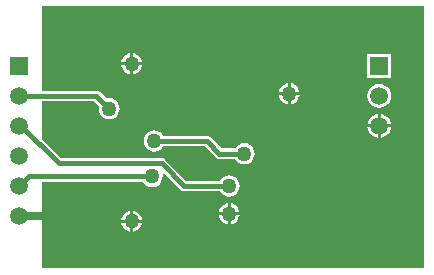
<source format=gbl>
G04*
G04 #@! TF.GenerationSoftware,Altium Limited,Altium Designer,20.2.6 (244)*
G04*
G04 Layer_Physical_Order=2*
G04 Layer_Color=16711680*
%FSLAX25Y25*%
%MOIN*%
G70*
G04*
G04 #@! TF.SameCoordinates,218AD5E3-DD01-4129-9E62-BF2858C15206*
G04*
G04*
G04 #@! TF.FilePolarity,Positive*
G04*
G01*
G75*
%ADD23C,0.01500*%
%ADD24C,0.02500*%
%ADD25R,0.05906X0.05906*%
%ADD26C,0.05906*%
%ADD27C,0.05000*%
G36*
X365000Y272500D02*
X237500D01*
Y301464D01*
X271257D01*
X271288Y301389D01*
X271849Y300658D01*
X272580Y300097D01*
X273432Y299745D01*
X274345Y299624D01*
X275259Y299745D01*
X276111Y300097D01*
X276842Y300658D01*
X277403Y301389D01*
X277755Y302241D01*
X277876Y303154D01*
X277764Y304006D01*
X277885Y304122D01*
X278217Y304259D01*
X283738Y298738D01*
X284317Y298352D01*
X285000Y298216D01*
X296957D01*
X297504Y297504D01*
X298235Y296943D01*
X299086Y296590D01*
X300000Y296470D01*
X300914Y296590D01*
X301765Y296943D01*
X302496Y297504D01*
X303057Y298235D01*
X303410Y299086D01*
X303530Y300000D01*
X303410Y300914D01*
X303057Y301765D01*
X302496Y302496D01*
X301765Y303057D01*
X300914Y303410D01*
X300000Y303530D01*
X299086Y303410D01*
X298235Y303057D01*
X297504Y302496D01*
X296957Y301784D01*
X285739D01*
X278762Y308762D01*
X278183Y309149D01*
X277500Y309284D01*
X243987D01*
X237500Y315771D01*
Y328216D01*
X255009D01*
X256587Y326638D01*
X256470Y325748D01*
X256590Y324834D01*
X256943Y323983D01*
X257504Y323252D01*
X258235Y322691D01*
X259086Y322338D01*
X260000Y322218D01*
X260914Y322338D01*
X261765Y322691D01*
X262496Y323252D01*
X263057Y323983D01*
X263410Y324834D01*
X263530Y325748D01*
X263410Y326662D01*
X263057Y327513D01*
X262496Y328244D01*
X261765Y328805D01*
X260914Y329158D01*
X260000Y329278D01*
X259110Y329161D01*
X257010Y331262D01*
X256431Y331648D01*
X255748Y331784D01*
X237500D01*
Y360000D01*
X365000D01*
Y272500D01*
D02*
G37*
%LPC*%
G36*
X268000Y344212D02*
Y341248D01*
X270964D01*
X270910Y341662D01*
X270557Y342513D01*
X269996Y343244D01*
X269265Y343805D01*
X268414Y344158D01*
X268000Y344212D01*
D02*
G37*
G36*
X267000D02*
X266586Y344158D01*
X265735Y343805D01*
X265004Y343244D01*
X264443Y342513D01*
X264090Y341662D01*
X264036Y341248D01*
X267000D01*
Y344212D01*
D02*
G37*
G36*
X270964Y340248D02*
X268000D01*
Y337284D01*
X268414Y337338D01*
X269265Y337691D01*
X269996Y338252D01*
X270557Y338983D01*
X270910Y339834D01*
X270964Y340248D01*
D02*
G37*
G36*
X267000D02*
X264036D01*
X264090Y339834D01*
X264443Y338983D01*
X265004Y338252D01*
X265735Y337691D01*
X266586Y337338D01*
X267000Y337284D01*
Y340248D01*
D02*
G37*
G36*
X353953Y343953D02*
X346047D01*
Y336047D01*
X353953D01*
Y343953D01*
D02*
G37*
G36*
X320500Y334212D02*
Y331248D01*
X323464D01*
X323410Y331662D01*
X323057Y332513D01*
X322496Y333244D01*
X321765Y333805D01*
X320914Y334158D01*
X320500Y334212D01*
D02*
G37*
G36*
X319500D02*
X319086Y334158D01*
X318235Y333805D01*
X317504Y333244D01*
X316943Y332513D01*
X316590Y331662D01*
X316536Y331248D01*
X319500D01*
Y334212D01*
D02*
G37*
G36*
X323464Y330248D02*
X320500D01*
Y327284D01*
X320914Y327338D01*
X321765Y327691D01*
X322496Y328252D01*
X323057Y328983D01*
X323410Y329834D01*
X323464Y330248D01*
D02*
G37*
G36*
X319500D02*
X316536D01*
X316590Y329834D01*
X316943Y328983D01*
X317504Y328252D01*
X318235Y327691D01*
X319086Y327338D01*
X319500Y327284D01*
Y330248D01*
D02*
G37*
G36*
X350000Y333987D02*
X348968Y333851D01*
X348007Y333453D01*
X347181Y332819D01*
X346547Y331993D01*
X346149Y331032D01*
X346013Y330000D01*
X346149Y328968D01*
X346547Y328007D01*
X347181Y327181D01*
X348007Y326547D01*
X348968Y326149D01*
X350000Y326013D01*
X351032Y326149D01*
X351993Y326547D01*
X352819Y327181D01*
X353453Y328007D01*
X353851Y328968D01*
X353987Y330000D01*
X353851Y331032D01*
X353453Y331993D01*
X352819Y332819D01*
X351993Y333453D01*
X351032Y333851D01*
X350000Y333987D01*
D02*
G37*
G36*
X350500Y323921D02*
Y320500D01*
X353921D01*
X353851Y321032D01*
X353453Y321993D01*
X352819Y322819D01*
X351993Y323453D01*
X351032Y323851D01*
X350500Y323921D01*
D02*
G37*
G36*
X349500D02*
X348968Y323851D01*
X348007Y323453D01*
X347181Y322819D01*
X346547Y321993D01*
X346149Y321032D01*
X346079Y320500D01*
X349500D01*
Y323921D01*
D02*
G37*
G36*
X353921Y319500D02*
X350500D01*
Y316079D01*
X351032Y316149D01*
X351993Y316547D01*
X352819Y317181D01*
X353453Y318007D01*
X353851Y318968D01*
X353921Y319500D01*
D02*
G37*
G36*
X349500D02*
X346079D01*
X346149Y318968D01*
X346547Y318007D01*
X347181Y317181D01*
X348007Y316547D01*
X348968Y316149D01*
X349500Y316079D01*
Y319500D01*
D02*
G37*
G36*
X275000Y318530D02*
X274086Y318410D01*
X273235Y318057D01*
X272504Y317496D01*
X271943Y316765D01*
X271590Y315914D01*
X271470Y315000D01*
X271590Y314086D01*
X271943Y313235D01*
X272504Y312504D01*
X273235Y311943D01*
X274086Y311590D01*
X275000Y311470D01*
X275914Y311590D01*
X276765Y311943D01*
X277496Y312504D01*
X278043Y313216D01*
X291761D01*
X295490Y309486D01*
X295490Y309486D01*
X296069Y309100D01*
X296752Y308964D01*
X301958D01*
X302504Y308252D01*
X303235Y307691D01*
X304086Y307338D01*
X305000Y307218D01*
X305914Y307338D01*
X306765Y307691D01*
X307496Y308252D01*
X308057Y308983D01*
X308410Y309834D01*
X308530Y310748D01*
X308410Y311662D01*
X308057Y312513D01*
X307496Y313244D01*
X306765Y313805D01*
X305914Y314158D01*
X305000Y314278D01*
X304086Y314158D01*
X303235Y313805D01*
X302504Y313244D01*
X301958Y312532D01*
X297491D01*
X293762Y316262D01*
X293183Y316649D01*
X292500Y316784D01*
X278043D01*
X277496Y317496D01*
X276765Y318057D01*
X275914Y318410D01*
X275000Y318530D01*
D02*
G37*
G36*
X300500Y294212D02*
Y291248D01*
X303464D01*
X303410Y291662D01*
X303057Y292513D01*
X302496Y293244D01*
X301765Y293805D01*
X300914Y294158D01*
X300500Y294212D01*
D02*
G37*
G36*
X299500D02*
X299086Y294158D01*
X298235Y293805D01*
X297504Y293244D01*
X296943Y292513D01*
X296590Y291662D01*
X296536Y291248D01*
X299500D01*
Y294212D01*
D02*
G37*
G36*
X268000Y291712D02*
Y288748D01*
X270964D01*
X270910Y289162D01*
X270557Y290013D01*
X269996Y290744D01*
X269265Y291305D01*
X268414Y291658D01*
X268000Y291712D01*
D02*
G37*
G36*
X267000D02*
X266586Y291658D01*
X265735Y291305D01*
X265004Y290744D01*
X264443Y290013D01*
X264090Y289162D01*
X264036Y288748D01*
X267000D01*
Y291712D01*
D02*
G37*
G36*
X303464Y290248D02*
X300500D01*
Y287284D01*
X300914Y287338D01*
X301765Y287691D01*
X302496Y288252D01*
X303057Y288983D01*
X303410Y289834D01*
X303464Y290248D01*
D02*
G37*
G36*
X299500D02*
X296536D01*
X296590Y289834D01*
X296943Y288983D01*
X297504Y288252D01*
X298235Y287691D01*
X299086Y287338D01*
X299500Y287284D01*
Y290248D01*
D02*
G37*
G36*
X270964Y287748D02*
X268000D01*
Y284784D01*
X268414Y284838D01*
X269265Y285191D01*
X269996Y285752D01*
X270557Y286483D01*
X270910Y287334D01*
X270964Y287748D01*
D02*
G37*
G36*
X267000D02*
X264036D01*
X264090Y287334D01*
X264443Y286483D01*
X265004Y285752D01*
X265735Y285191D01*
X266586Y284838D01*
X267000Y284784D01*
Y287748D01*
D02*
G37*
%LPD*%
D23*
X296752Y310748D02*
X305000D01*
X275000Y315000D02*
X292500D01*
X296752Y310748D01*
X243248Y307500D02*
X277500D01*
X285000Y300000D02*
X300000D01*
X277500Y307500D02*
X285000Y300000D01*
X255748Y330000D02*
X260000Y325748D01*
X230000Y330000D02*
X255748D01*
X230374Y320374D02*
X243248Y307500D01*
X230000Y300000D02*
X233248Y303248D01*
X274252D02*
X274345Y303154D01*
X233248Y303248D02*
X274252D01*
D24*
X230000Y290000D02*
X242500D01*
X299324Y290748D02*
X300000D01*
X230000Y309252D02*
Y310000D01*
D25*
Y340000D02*
D03*
X350000D02*
D03*
D26*
X230000Y330000D02*
D03*
Y320000D02*
D03*
Y310000D02*
D03*
Y300000D02*
D03*
Y290000D02*
D03*
X350000Y330000D02*
D03*
Y320000D02*
D03*
D27*
X267500Y340748D02*
D03*
X275000Y315000D02*
D03*
X300000Y300000D02*
D03*
X267500Y288248D02*
D03*
X260000Y325748D02*
D03*
X300000Y290748D02*
D03*
X274345Y303154D02*
D03*
X305000Y310748D02*
D03*
X320000Y330748D02*
D03*
M02*

</source>
